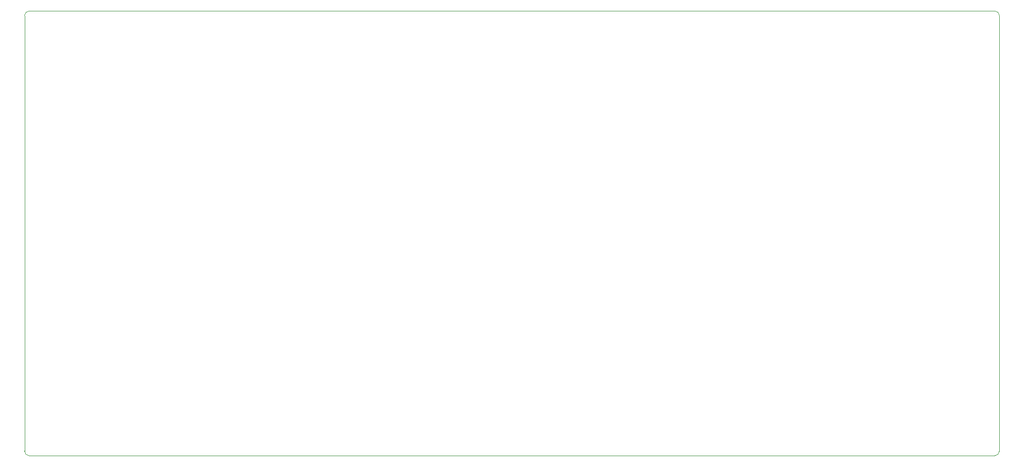
<source format=gbr>
%TF.GenerationSoftware,KiCad,Pcbnew,(5.1.9)-1*%
%TF.CreationDate,2021-03-11T10:21:24+08:00*%
%TF.ProjectId,Retrograde Pad,52657472-6f67-4726-9164-65205061642e,rev?*%
%TF.SameCoordinates,Original*%
%TF.FileFunction,Profile,NP*%
%FSLAX46Y46*%
G04 Gerber Fmt 4.6, Leading zero omitted, Abs format (unit mm)*
G04 Created by KiCad (PCBNEW (5.1.9)-1) date 2021-03-11 10:21:24*
%MOMM*%
%LPD*%
G01*
G04 APERTURE LIST*
%TA.AperFunction,Profile*%
%ADD10C,0.050000*%
%TD*%
G04 APERTURE END LIST*
D10*
X215106250Y-127793750D02*
X215106250Y-90487500D01*
X215106250Y-127793750D02*
G75*
G02*
X214312500Y-128587500I-793750J0D01*
G01*
X49212500Y-128587500D02*
X214312500Y-128587500D01*
X49212500Y-128587500D02*
G75*
G02*
X48418750Y-127793750I0J793750D01*
G01*
X48418750Y-53181250D02*
X48418750Y-127793750D01*
X48418750Y-53181250D02*
G75*
G02*
X49212500Y-52387500I793750J0D01*
G01*
X214312500Y-52387500D02*
X49212500Y-52387500D01*
X214312500Y-52387500D02*
G75*
G02*
X215106250Y-53181250I0J-793750D01*
G01*
X215106250Y-90487500D02*
X215106250Y-53181250D01*
M02*

</source>
